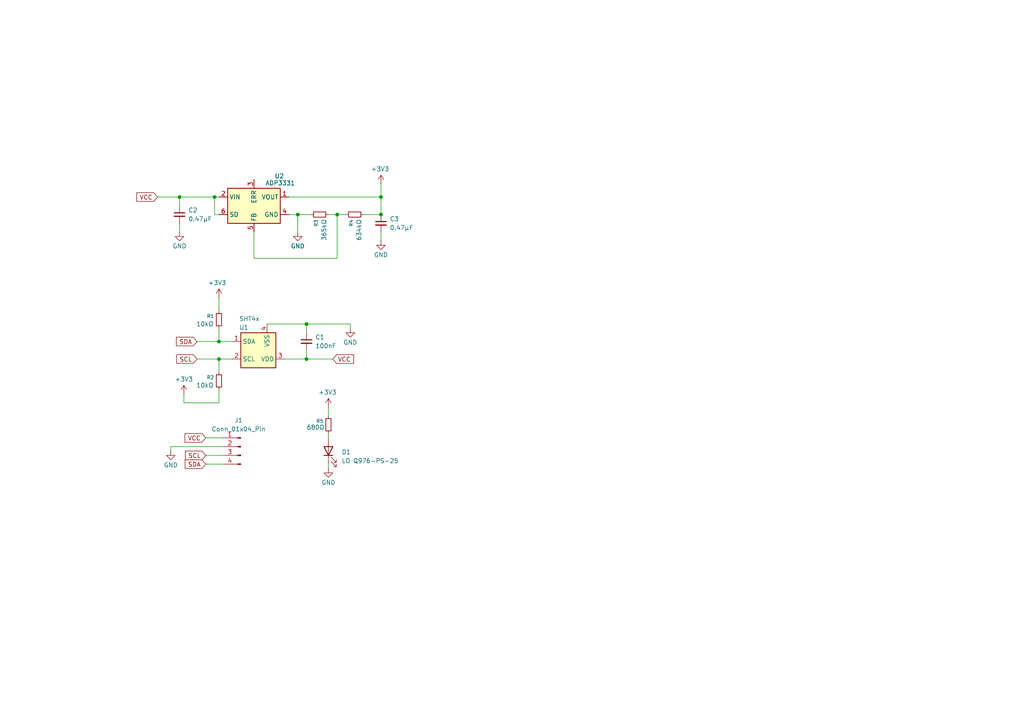
<source format=kicad_sch>
(kicad_sch (version 20250114) (generator "eeschema") (generator_version "9.0")
  (paper "A4")
  (lib_symbols
    (symbol "Analog_DAC:DAC081C081CIMK"
      (property "Reference" "U2" (at 7.366 8.636 0))
      (property "Value" "ADP3331" (at 7.62 6.604 0))
      (symbol "DAC081C081CIMK_0_1"
        (rectangle (start -7.62 -5.08) (end 7.62 5.08) (stroke (width 0.254)) (fill (type background)))
      )
      (symbol "DAC081C081CIMK_1_1"
        (pin power_in line (at -10.16 2.54 0) (length 2.54) (name "VIN") (number "2"))
        (pin unspecified line (at -10.16 -2.54 0) (length 2.54) (name "SD") (number "6"))
        (pin output line (at 0 7.62 270) (length 2.54) (name "ERR") (number "3"))
        (pin unspecified line (at 0 -7.62 90) (length 2.54) (name "FB") (number "5"))
        (pin output line (at 10.16 2.54 180) (length 2.54) (name "VOUT") (number "1"))
        (pin unspecified line (at 10.16 -2.54 180) (length 2.54) (name "GND") (number "4"))
      )
    )
    (symbol "Connector:Conn_01x04_Pin" (pin_names (offset 1.016) (hide yes))
      (property "Reference" "J" (at 0 5.08 0))
      (property "Value" "Conn_01x04_Pin" (at 0 -7.62 0))
      (symbol "Conn_01x04_Pin_1_1"
        (rectangle (start 0.8636 2.667) (end 0 2.413) (stroke (width 0.1524)) (fill (type outline)))
        (rectangle (start 0.8636 0.127) (end 0 -0.127) (stroke (width 0.1524)) (fill (type outline)))
        (rectangle (start 0.8636 -2.413) (end 0 -2.667) (stroke (width 0.1524)) (fill (type outline)))
        (rectangle (start 0.8636 -4.953) (end 0 -5.207) (stroke (width 0.1524)) (fill (type outline)))
        (polyline (pts (xy 1.27 2.54) (xy 0.8636 2.54)) (stroke (width 0.1524)))
        (polyline (pts (xy 1.27 0) (xy 0.8636 0)) (stroke (width 0.1524)))
        (polyline (pts (xy 1.27 -2.54) (xy 0.8636 -2.54)) (stroke (width 0.1524)))
        (polyline (pts (xy 1.27 -5.08) (xy 0.8636 -5.08)) (stroke (width 0.1524)))
        (pin passive line (at 5.08 2.54 180) (length 3.81) (name "Pin_1") (number "1"))
        (pin passive line (at 5.08 0 180) (length 3.81) (name "Pin_2") (number "2"))
        (pin passive line (at 5.08 -2.54 180) (length 3.81) (name "Pin_3") (number "3"))
        (pin passive line (at 5.08 -5.08 180) (length 3.81) (name "Pin_4") (number "4"))
      )
    )
    (symbol "Device:C_Small" (pin_numbers (hide yes)) (pin_names (offset 0.254) (hide yes))
      (property "Reference" "C" (at 0.254 1.778 0))
      (property "Value" "C_Small" (at 0.254 -2.032 0))
      (symbol "C_Small_0_1"
        (polyline (pts (xy -1.524 0.508) (xy 1.524 0.508)) (stroke (width 0.3048)))
        (polyline (pts (xy -1.524 -0.508) (xy 1.524 -0.508)) (stroke (width 0.3302)))
      )
      (symbol "C_Small_1_1"
        (pin passive line (at 0 2.54 270) (length 2.032) (name "~") (number "1"))
        (pin passive line (at 0 -2.54 90) (length 2.032) (name "~") (number "2"))
      )
    )
    (symbol "Device:LED" (pin_numbers (hide yes)) (pin_names (offset 1.016) (hide yes))
      (property "Reference" "D" (at 0 2.54 0))
      (property "Value" "LED" (at 0 -2.54 0))
      (symbol "LED_0_1"
        (polyline (pts (xy -3.048 -0.762) (xy -4.572 -2.286) (xy -3.81 -2.286) (xy -4.572 -2.286) (xy -4.572 -1.524)))
        (polyline (pts (xy -1.778 -0.762) (xy -3.302 -2.286) (xy -2.54 -2.286) (xy -3.302 -2.286) (xy -3.302 -1.524)))
        (polyline (pts (xy -1.27 0) (xy 1.27 0)))
        (polyline (pts (xy -1.27 -1.27) (xy -1.27 1.27)) (stroke (width 0.254)))
        (polyline (pts (xy 1.27 -1.27) (xy 1.27 1.27) (xy -1.27 0) (xy 1.27 -1.27)) (stroke (width 0.254)))
      )
      (symbol "LED_1_1"
        (pin passive line (at -3.81 0 0) (length 2.54) (name "K") (number "1"))
        (pin passive line (at 3.81 0 180) (length 2.54) (name "A") (number "2"))
      )
    )
    (symbol "Device:R_Small" (pin_numbers (hide yes)) (pin_names (offset 0.254) (hide yes))
      (property "Reference" "R" (at 0 0 90))
      (property "Value" "R_Small" (at 1.778 0 90))
      (symbol "R_Small_0_1"
        (rectangle (start -0.762 1.778) (end 0.762 -1.778) (stroke (width 0.2032)))
      )
      (symbol "R_Small_1_1"
        (pin passive line (at 0 2.54 270) (length 0.762) (name "~") (number "1"))
        (pin passive line (at 0 -2.54 90) (length 0.762) (name "~") (number "2"))
      )
    )
    (symbol "Sensor_Humidity:SHT4x"
      (property "Reference" "U1" (at -6.35 9.906 0))
      (property "Value" "SHT4x" (at -6.35 7.366 0))
      (symbol "SHT4x_1_1"
        (rectangle (start -5.08 5.08) (end 5.08 -5.08) (stroke (width 0.254)) (fill (type background)))
        (pin input line (at -7.62 2.54 0) (length 2.54) (name "SCL") (number "2"))
        (pin bidirectional line (at -7.62 -2.54 0) (length 2.54) (name "SDA") (number "1"))
        (pin power_in line (at 2.54 -7.62 90) (length 2.54) (name "VSS") (number "4"))
        (pin power_in line (at 7.62 2.54 180) (length 2.54) (name "VDD") (number "3"))
      )
    )
    (symbol "power:+3V3" (power) (pin_numbers (hide yes)) (pin_names (offset 0) (hide yes))
      (property "Value" "+3V3" (at 0 3.556 0))
      (symbol "+3V3_0_1"
        (polyline (pts (xy -0.762 1.27) (xy 0 2.54)))
        (polyline (pts (xy 0 2.54) (xy 0.762 1.27)))
        (polyline (pts (xy 0 0) (xy 0 2.54)))
      )
      (symbol "+3V3_1_1"
        (pin power_in line (at 0 0 90) (length 0) (name "~") (number "1"))
      )
    )
    (symbol "power:GND" (power) (pin_numbers (hide yes)) (pin_names (offset 0) (hide yes))
      (property "Value" "GND" (at 0 -3.81 0))
      (symbol "GND_0_1"
        (polyline (pts (xy 0 0) (xy 0 -1.27) (xy 1.27 -1.27) (xy 0 -2.54) (xy -1.27 -1.27) (xy 0 -1.27)))
      )
      (symbol "GND_1_1"
        (pin power_in line (at 0 0 270) (length 0) (name "~") (number "1"))
      )
    )
  )
  (junction (at 110.49 62.23))
  (junction (at 97.79 62.23))
  (junction (at 62.23 57.15))
  (junction (at 63.5 104.14))
  (junction (at 52.07 57.15))
  (junction (at 63.5 99.06))
  (junction (at 88.9 104.14))
  (junction (at 88.9 93.98))
  (junction (at 110.49 57.15))
  (junction (at 86.36 62.23))
  (wire (pts (xy 95.25 135.89) (xy 95.25 134.62)))
  (wire (pts (xy 63.5 95.25) (xy 63.5 99.06)))
  (wire (pts (xy 95.25 118.11) (xy 95.25 120.65)))
  (wire (pts (xy 97.79 62.23) (xy 100.33 62.23)))
  (wire (pts (xy 63.5 62.23) (xy 62.23 62.23)))
  (wire (pts (xy 110.49 67.31) (xy 110.49 69.85)))
  (wire (pts (xy 63.5 104.14) (xy 67.31 104.14)))
  (wire (pts (xy 88.9 93.98) (xy 88.9 96.52)))
  (wire (pts (xy 110.49 62.23) (xy 110.49 57.15)))
  (wire (pts (xy 49.53 129.54) (xy 64.77 129.54)))
  (wire (pts (xy 59.69 134.62) (xy 64.77 134.62)))
  (wire (pts (xy 83.82 62.23) (xy 86.36 62.23)))
  (wire (pts (xy 63.5 86.36) (xy 63.5 90.17)))
  (wire (pts (xy 86.36 62.23) (xy 86.36 67.31)))
  (wire (pts (xy 95.25 125.73) (xy 95.25 127)))
  (wire (pts (xy 49.53 130.81) (xy 49.53 129.54)))
  (wire (pts (xy 45.72 57.15) (xy 52.07 57.15)))
  (wire (pts (xy 73.66 67.31) (xy 73.66 74.93)))
  (wire (pts (xy 88.9 93.98) (xy 101.6 93.98)))
  (wire (pts (xy 86.36 62.23) (xy 90.17 62.23)))
  (wire (pts (xy 52.07 57.15) (xy 62.23 57.15)))
  (wire (pts (xy 63.5 113.03) (xy 63.5 116.84)))
  (wire (pts (xy 101.6 93.98) (xy 101.6 95.25)))
  (wire (pts (xy 88.9 104.14) (xy 96.52 104.14)))
  (wire (pts (xy 59.69 132.08) (xy 64.77 132.08)))
  (wire (pts (xy 59.69 127) (xy 64.77 127)))
  (wire (pts (xy 62.23 57.15) (xy 63.5 57.15)))
  (wire (pts (xy 110.49 57.15) (xy 83.82 57.15)))
  (wire (pts (xy 62.23 62.23) (xy 62.23 57.15)))
  (wire (pts (xy 53.34 116.84) (xy 63.5 116.84)))
  (wire (pts (xy 105.41 62.23) (xy 110.49 62.23)))
  (wire (pts (xy 53.34 114.3) (xy 53.34 116.84)))
  (wire (pts (xy 95.25 62.23) (xy 97.79 62.23)))
  (wire (pts (xy 52.07 57.15) (xy 52.07 59.69)))
  (wire (pts (xy 63.5 99.06) (xy 67.31 99.06)))
  (wire (pts (xy 97.79 74.93) (xy 97.79 62.23)))
  (wire (pts (xy 110.49 53.34) (xy 110.49 57.15)))
  (wire (pts (xy 52.07 64.77) (xy 52.07 67.31)))
  (wire (pts (xy 63.5 104.14) (xy 63.5 107.95)))
  (wire (pts (xy 57.15 99.06) (xy 63.5 99.06)))
  (wire (pts (xy 88.9 101.6) (xy 88.9 104.14)))
  (wire (pts (xy 73.66 74.93) (xy 97.79 74.93)))
  (wire (pts (xy 82.55 104.14) (xy 88.9 104.14)))
  (wire (pts (xy 57.15 104.14) (xy 63.5 104.14)))
  (wire (pts (xy 77.47 93.98) (xy 88.9 93.98)))
  (global_label "VCC" (shape input) (at 45.72 57.15 180) (property "Intersheetrefs" "${INTERSHEET_REFS}" (effects (hide yes))))
  (global_label "SCL" (shape input) (at 59.69 132.08 180) (property "Intersheetrefs" "${INTERSHEET_REFS}" (effects (hide yes))))
  (global_label "SCL" (shape input) (at 57.15 104.14 180) (property "Intersheetrefs" "${INTERSHEET_REFS}" (effects (hide yes))))
  (global_label "VCC" (shape input) (at 96.52 104.14 0) (property "Intersheetrefs" "${INTERSHEET_REFS}" (effects (hide yes))))
  (global_label "SDA" (shape input) (at 59.69 134.62 180) (property "Intersheetrefs" "${INTERSHEET_REFS}" (effects (hide yes))))
  (global_label "VCC" (shape input) (at 59.69 127 180) (property "Intersheetrefs" "${INTERSHEET_REFS}" (effects (hide yes))))
  (global_label "SDA" (shape input) (at 57.15 99.06 180) (property "Intersheetrefs" "${INTERSHEET_REFS}" (effects (hide yes))))
  (symbol (lib_id "power:GND") (at 95.25 135.89 0) (unit 1)
    (property "Reference" "#PWR03" (effects (hide yes)))
    (property "Value" "GND" (at 95.25 139.954 0))
    (property "Description" "Power symbol creates a global label with name \"GND\" , ground" (effects (hide yes)))
  )
  (symbol (lib_id "power:+3V3") (at 95.25 118.11 0) (unit 1)
    (property "Reference" "#PWR04" (effects (hide yes)))
    (property "Value" "+3V3" (at 94.996 113.792 0))
    (property "Description" "Power symbol creates a global label with name \"+3V3\"" (effects (hide yes)))
  )
  (symbol (lib_id "Connector:Conn_01x04_Pin") (at 69.85 129.54 0) (mirror y) (unit 1)
    (property "Reference" "J1" (at 69.215 121.92 0))
    (property "Value" "Conn_01x04_Pin" (at 69.215 124.46 0))
    (property "Footprint" "Connector_PinHeader_2.54mm:PinHeader_1x04_P2.54mm_Vertical" (effects (hide yes)))
    (property "Description" "Generic connector, single row, 01x04, script generated" (effects (hide yes)))
  )
  (symbol (lib_id "power:GND") (at 86.36 67.31 0) (unit 1)
    (property "Reference" "#PWR02" (effects (hide yes)))
    (property "Value" "GND" (at 86.36 71.374 0))
    (property "Description" "Power symbol creates a global label with name \"GND\" , ground" (effects (hide yes)))
  )
  (symbol (lib_id "power:+3V3") (at 110.49 53.34 0) (unit 1)
    (property "Reference" "#PWR05" (effects (hide yes)))
    (property "Value" "+3V3" (at 110.236 49.022 0))
    (property "Description" "Power symbol creates a global label with name \"+3V3\"" (effects (hide yes)))
  )
  (symbol (lib_id "Device:C_Small") (at 110.49 64.77 0) (unit 1)
    (property "Reference" "C3" (at 113.03 63.5062 0) (effects (justify left)))
    (property "Value" "0.47μF" (at 113.03 66.0462 0) (effects (justify left)))
    (property "Footprint" "Capacitor_SMD:C_0603_1608Metric_Pad1.08x0.95mm_HandSolder" (effects (hide yes)))
    (property "Description" "Unpolarized capacitor, small symbol" (effects (hide yes)))
  )
  (symbol (lib_id "Device:R_Small") (at 63.5 110.49 0) (unit 1)
    (property "Reference" "R2" (at 59.944 109.474 0) (effects (font (size 1.016 1.016)) (justify left)))
    (property "Value" "10kΩ" (at 56.896 111.76 0) (effects (justify left)))
    (property "Footprint" "Resistor_SMD:R_0603_1608Metric_Pad0.98x0.95mm_HandSolder" (effects (hide yes)))
    (property "Description" "Resistor, small symbol" (effects (hide yes)))
  )
  (symbol (lib_id "power:GND") (at 52.07 67.31 0) (unit 1)
    (property "Reference" "#PWR08" (effects (hide yes)))
    (property "Value" "GND" (at 52.07 71.374 0))
    (property "Description" "Power symbol creates a global label with name \"GND\" , ground" (effects (hide yes)))
  )
  (symbol (lib_id "Device:C_Small") (at 88.9 99.06 0) (unit 1)
    (property "Reference" "C1" (at 91.44 97.7962 0) (effects (justify left)))
    (property "Value" "100nF" (at 91.44 100.3362 0) (effects (justify left)))
    (property "Footprint" "Capacitor_SMD:C_0603_1608Metric_Pad1.08x0.95mm_HandSolder" (effects (hide yes)))
    (property "Description" "Unpolarized capacitor, small symbol" (effects (hide yes)))
  )
  (symbol (lib_id "Device:R_Small") (at 95.25 123.19 0) (unit 1)
    (property "Reference" "R5" (at 91.694 122.174 0) (effects (font (size 1.016 1.016)) (justify left)))
    (property "Value" "680Ω" (at 88.9 123.952 0) (effects (justify left)))
    (property "Footprint" "Resistor_SMD:R_0603_1608Metric_Pad0.98x0.95mm_HandSolder" (effects (hide yes)))
    (property "Description" "Resistor, small symbol" (effects (hide yes)))
  )
  (symbol (lib_id "Device:R_Small") (at 102.87 62.23 90) (unit 1)
    (property "Reference" "R4" (at 101.854 65.786 0) (effects (font (size 1.016 1.016)) (justify left)))
    (property "Value" "634kΩ" (at 104.14 69.85 0) (effects (justify left)))
    (property "Footprint" "Resistor_SMD:R_0603_1608Metric_Pad0.98x0.95mm_HandSolder" (effects (hide yes)))
    (property "Description" "Resistor, small symbol" (effects (hide yes)))
  )
  (symbol (lib_id "power:GND") (at 110.49 69.85 0) (unit 1)
    (property "Reference" "#PWR09" (effects (hide yes)))
    (property "Value" "GND" (at 110.49 73.914 0))
    (property "Description" "Power symbol creates a global label with name \"GND\" , ground" (effects (hide yes)))
  )
  (symbol (lib_id "power:GND") (at 101.6 95.25 0) (unit 1)
    (property "Reference" "#PWR010" (effects (hide yes)))
    (property "Value" "GND" (at 101.6 99.314 0))
    (property "Description" "Power symbol creates a global label with name \"GND\" , ground" (effects (hide yes)))
  )
  (symbol (lib_id "Analog_DAC:DAC081C081CIMK") (at 73.66 59.69 0) (unit 1)
    (property "Reference" "U2" (at 81.026 51.054 0))
    (property "Value" "ADP3331" (at 81.28 53.086 0))
    (property "Footprint" "Package_TO_SOT_SMD:SOT-23-6" (effects (hide yes)))
    (property "Datasheet" "http://www.ti.com/lit/ds/symlink/dac081c081.pdf" (effects (hide yes)))
    (property "Description" "8-bit Micropower DAC with I2C-Compatible Interface, SOT-23-6" (effects (hide yes)))
  )
  (symbol (lib_id "power:+3V3") (at 63.5 86.36 0) (unit 1)
    (property "Reference" "#PWR06" (effects (hide yes)))
    (property "Value" "+3V3" (at 62.992 82.042 0))
    (property "Description" "Power symbol creates a global label with name \"+3V3\"" (effects (hide yes)))
  )
  (symbol (lib_id "Device:R_Small") (at 92.71 62.23 90) (unit 1)
    (property "Reference" "R3" (at 91.694 65.786 0) (effects (font (size 1.016 1.016)) (justify left)))
    (property "Value" "365kΩ" (at 93.98 69.85 0) (effects (justify left)))
    (property "Footprint" "Resistor_SMD:R_0603_1608Metric_Pad0.98x0.95mm_HandSolder" (effects (hide yes)))
    (property "Description" "Resistor, small symbol" (effects (hide yes)))
  )
  (symbol (lib_id "Device:R_Small") (at 63.5 92.71 0) (unit 1)
    (property "Reference" "R1" (at 59.944 91.694 0) (effects (font (size 1.016 1.016)) (justify left)))
    (property "Value" "10kΩ" (at 56.896 93.98 0) (effects (justify left)))
    (property "Footprint" "Resistor_SMD:R_0603_1608Metric_Pad0.98x0.95mm_HandSolder" (effects (hide yes)))
    (property "Description" "Resistor, small symbol" (effects (hide yes)))
  )
  (symbol (lib_id "power:+3V3") (at 53.34 114.3 0) (unit 1)
    (property "Reference" "#PWR07" (effects (hide yes)))
    (property "Value" "+3V3" (at 53.34 109.982 0))
    (property "Description" "Power symbol creates a global label with name \"+3V3\"" (effects (hide yes)))
  )
  (symbol (lib_id "Device:LED") (at 95.25 130.81 90) (unit 1)
    (property "Reference" "D1" (at 99.06 131.1274 90) (effects (justify right)))
    (property "Value" "LO Q976-PS-25" (at 99.06 133.6674 90) (effects (justify right)))
    (property "Footprint" "LED_SMD:LED_0603_1608Metric_Pad1.05x0.95mm_HandSolder" (effects (hide yes)))
    (property "Description" "Light emitting diode" (effects (hide yes)))
    (property "Sim.Pins" "1=K 2=A" (effects (hide yes)))
  )
  (symbol (lib_id "power:GND") (at 49.53 130.81 0) (unit 1)
    (property "Reference" "#PWR01" (effects (hide yes)))
    (property "Value" "GND" (at 49.53 134.874 0))
    (property "Description" "Power symbol creates a global label with name \"GND\" , ground" (effects (hide yes)))
  )
  (symbol (lib_id "Device:C_Small") (at 52.07 62.23 0) (unit 1)
    (property "Reference" "C2" (at 54.61 60.9662 0) (effects (justify left)))
    (property "Value" "0.47μF" (at 54.61 63.5062 0) (effects (justify left)))
    (property "Footprint" "Capacitor_SMD:C_0603_1608Metric_Pad1.08x0.95mm_HandSolder" (effects (hide yes)))
    (property "Description" "Unpolarized capacitor, small symbol" (effects (hide yes)))
  )
  (symbol (lib_id "Sensor_Humidity:SHT4x") (at 74.93 101.6 0) (mirror x) (unit 1)
    (property "Reference" "U1" (at 69.342 94.996 0) (effects (justify left)))
    (property "Value" "SHT4x" (at 69.342 92.456 0) (effects (justify left)))
    (property "Footprint" "Sensor_Humidity:Sensirion_DFN-4_1.5x1.5mm_P0.8mm_SHT4x_NoCentralPad" (effects (hide yes)))
    (property "Datasheet" "https://sensirion.com/media/documents/33FD6951/624C4357/Datasheet_SHT4x.pdf" (effects (hide yes)))
    (property "Description" "Digital Humidity and Temperature Sensor, ±1%RH, ±0.1°C, I2C, 1.08-3.6V, 16bit, DFN-4" (effects (hide yes)))
  )
)
</source>
